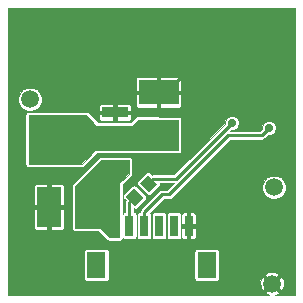
<source format=gbr>
G04 #@! TF.FileFunction,Copper,L2,Bot,Signal*
%FSLAX46Y46*%
G04 Gerber Fmt 4.6, Leading zero omitted, Abs format (unit mm)*
G04 Created by KiCad (PCBNEW 4.0.3+e1-6302~38~ubuntu16.04.1-stable) date Sun Aug 14 03:32:14 2016*
%MOMM*%
%LPD*%
G01*
G04 APERTURE LIST*
%ADD10C,0.100000*%
%ADD11R,2.100000X3.350000*%
%ADD12R,3.350000X2.100000*%
%ADD13C,1.500000*%
%ADD14R,2.175000X0.950000*%
%ADD15R,2.175000X3.250000*%
%ADD16R,0.700000X1.800000*%
%ADD17R,1.600000X2.200000*%
%ADD18C,0.800000*%
%ADD19C,0.700000*%
%ADD20C,0.250000*%
G04 APERTURE END LIST*
D10*
D11*
X139800000Y-109200000D03*
X143200000Y-109200000D03*
D12*
X149100000Y-102900000D03*
X149100000Y-99500000D03*
D10*
G36*
X146341499Y-108330684D02*
X147030928Y-107641255D01*
X147808745Y-108419072D01*
X147119316Y-109108501D01*
X146341499Y-108330684D01*
X146341499Y-108330684D01*
G37*
G36*
X147491255Y-107180928D02*
X148180684Y-106491499D01*
X148958501Y-107269316D01*
X148269072Y-107958745D01*
X147491255Y-107180928D01*
X147491255Y-107180928D01*
G37*
D13*
X138200000Y-100100000D03*
X158700000Y-115700000D03*
X158850000Y-107550000D03*
D14*
X145412000Y-101200000D03*
X145412000Y-103500000D03*
X145412000Y-105800000D03*
D15*
X139588000Y-103500000D03*
D16*
X145376100Y-110800000D03*
X146626100Y-110800000D03*
X147876100Y-110800000D03*
X149126100Y-110800000D03*
X150376100Y-110800000D03*
X151626100Y-110800000D03*
D17*
X143826100Y-114100000D03*
X153176100Y-114100000D03*
D18*
X143620000Y-103400000D03*
X143240000Y-104370000D03*
X143240000Y-102410000D03*
X142310000Y-105050000D03*
X142309996Y-104070000D03*
X142310000Y-103030000D03*
D19*
X158420000Y-102520000D03*
X155290000Y-102100000D03*
D18*
X142200000Y-100500000D03*
X139500000Y-98200000D03*
X152000000Y-103000000D03*
X153000000Y-100000000D03*
X138000000Y-94000000D03*
X141000000Y-94000000D03*
X143000000Y-97000000D03*
X144000000Y-94000000D03*
X146000000Y-97000000D03*
X149000000Y-97000000D03*
X147000000Y-94000000D03*
X150000000Y-94000000D03*
X153000000Y-94000000D03*
X156000000Y-94000000D03*
X159000000Y-94000000D03*
X158000000Y-97000000D03*
X155000000Y-97000000D03*
X152000000Y-97000000D03*
X136800000Y-98200000D03*
X137000000Y-101600000D03*
X136900000Y-103500000D03*
X136900000Y-105300000D03*
X137100000Y-107400000D03*
X137000000Y-109600000D03*
X137000000Y-111700000D03*
D19*
X146000000Y-115000000D03*
X147000000Y-113000000D03*
X148000000Y-115000000D03*
X149000000Y-113000000D03*
X150000000Y-115000000D03*
X151000000Y-113000000D03*
D18*
X154800000Y-112300000D03*
X154600000Y-109000000D03*
X154400000Y-106100000D03*
X153500000Y-107600000D03*
X151900000Y-108600000D03*
X153100000Y-109500000D03*
X153980000Y-110810000D03*
X137930000Y-110520000D03*
X137950000Y-108780000D03*
D20*
X143720000Y-103500000D02*
X143620000Y-103400000D01*
X145400000Y-103500000D02*
X143720000Y-103500000D01*
X143240000Y-103780000D02*
X143620000Y-103400000D01*
X143240000Y-104370000D02*
X143240000Y-103780000D01*
X143710000Y-102410000D02*
X143240000Y-102410000D01*
X145400000Y-103500000D02*
X144800000Y-103500000D01*
X144800000Y-103500000D02*
X143710000Y-102410000D01*
X142310000Y-103030000D02*
X142310000Y-104069996D01*
X142310000Y-104069996D02*
X142309996Y-104070000D01*
X146626100Y-110800000D02*
X146626100Y-108823900D01*
X146626100Y-108823900D02*
X147075122Y-108374878D01*
X147876100Y-110800000D02*
X147876100Y-109650000D01*
X154996100Y-103130000D02*
X157810000Y-103130000D01*
X147876100Y-109650000D02*
X149376090Y-108150010D01*
X149376090Y-108150010D02*
X149976090Y-108150010D01*
X149976090Y-108150010D02*
X154996100Y-103130000D01*
X157810000Y-103130000D02*
X158420000Y-102520000D01*
X155290000Y-102100000D02*
X150580302Y-106809698D01*
X150580302Y-106809698D02*
X148640302Y-106809698D01*
X148640302Y-106809698D02*
X148224878Y-107225122D01*
X136800000Y-98200000D02*
X137365685Y-98200000D01*
X137365685Y-98200000D02*
X139500000Y-98200000D01*
X141000000Y-94000000D02*
X139000000Y-94000000D01*
X139000000Y-94000000D02*
X138000000Y-94000000D01*
X136800000Y-98200000D02*
X136800000Y-95200000D01*
X136800000Y-95200000D02*
X138000000Y-94000000D01*
X153000000Y-100000000D02*
X152000000Y-101000000D01*
X152000000Y-101000000D02*
X152000000Y-103000000D01*
X143000000Y-97000000D02*
X143000000Y-96000000D01*
X143000000Y-96000000D02*
X141000000Y-94000000D01*
X146000000Y-97000000D02*
X146000000Y-96000000D01*
X146000000Y-96000000D02*
X144000000Y-94000000D01*
X147000000Y-94000000D02*
X147000000Y-95000000D01*
X147000000Y-95000000D02*
X149000000Y-97000000D01*
X153000000Y-94000000D02*
X150000000Y-94000000D01*
X159000000Y-94000000D02*
X156000000Y-94000000D01*
X155000000Y-97000000D02*
X158000000Y-97000000D01*
X149100000Y-99500000D02*
X149725000Y-99500000D01*
X149725000Y-99500000D02*
X152000000Y-97225000D01*
X152000000Y-97225000D02*
X152000000Y-97000000D01*
X136900000Y-101700000D02*
X137000000Y-101600000D01*
X136900000Y-103500000D02*
X136900000Y-101700000D01*
X137100000Y-107400000D02*
X137100000Y-105500000D01*
X137100000Y-105500000D02*
X136900000Y-105300000D01*
X137000000Y-111700000D02*
X137000000Y-109600000D01*
X148000000Y-115000000D02*
X148000000Y-114000000D01*
X148000000Y-114000000D02*
X147000000Y-113000000D01*
X150000000Y-115000000D02*
X150000000Y-114000000D01*
X150000000Y-114000000D02*
X149000000Y-113000000D01*
X151626100Y-110800000D02*
X151626100Y-112373900D01*
X151626100Y-112373900D02*
X151000000Y-113000000D01*
X149100000Y-99500000D02*
X148475000Y-99500000D01*
X154800000Y-112300000D02*
X155199999Y-111900001D01*
X155199999Y-111900001D02*
X155199999Y-111099999D01*
X154400000Y-106100000D02*
X154400000Y-108800000D01*
X154400000Y-108800000D02*
X154600000Y-109000000D01*
X151900000Y-108600000D02*
X152500000Y-108600000D01*
X152500000Y-108600000D02*
X153500000Y-107600000D01*
X153980000Y-110810000D02*
X153980000Y-110380000D01*
X153980000Y-110380000D02*
X153100000Y-109500000D01*
X153980000Y-110810000D02*
X151636100Y-110810000D01*
X151636100Y-110810000D02*
X151626100Y-110800000D01*
X137950000Y-108780000D02*
X137950000Y-110500000D01*
X137950000Y-110500000D02*
X137930000Y-110520000D01*
D10*
G36*
X146550000Y-106379290D02*
X145764645Y-107164645D01*
X145753675Y-107181185D01*
X145750000Y-107200000D01*
X145750000Y-111750000D01*
X144920710Y-111750000D01*
X144135355Y-110964645D01*
X144118815Y-110953675D01*
X144100000Y-110950000D01*
X142050000Y-110950000D01*
X142050000Y-107420710D01*
X144220710Y-105250000D01*
X146550000Y-105250000D01*
X146550000Y-106379290D01*
X146550000Y-106379290D01*
G37*
X146550000Y-106379290D02*
X145764645Y-107164645D01*
X145753675Y-107181185D01*
X145750000Y-107200000D01*
X145750000Y-111750000D01*
X144920710Y-111750000D01*
X144135355Y-110964645D01*
X144118815Y-110953675D01*
X144100000Y-110950000D01*
X142050000Y-110950000D01*
X142050000Y-107420710D01*
X144220710Y-105250000D01*
X146550000Y-105250000D01*
X146550000Y-106379290D01*
G36*
X160675000Y-116675000D02*
X158984006Y-116675000D01*
X159005916Y-116672616D01*
X159171427Y-116604059D01*
X159262337Y-116474469D01*
X158700000Y-115912132D01*
X158137663Y-116474469D01*
X158228573Y-116604059D01*
X158471328Y-116675000D01*
X136325000Y-116675000D01*
X136325000Y-115610426D01*
X157684351Y-115610426D01*
X157727384Y-116005916D01*
X157795941Y-116171427D01*
X157925531Y-116262337D01*
X158487868Y-115700000D01*
X158912132Y-115700000D01*
X159474469Y-116262337D01*
X159604059Y-116171427D01*
X159715649Y-115789574D01*
X159672616Y-115394084D01*
X159604059Y-115228573D01*
X159474469Y-115137663D01*
X158912132Y-115700000D01*
X158487868Y-115700000D01*
X157925531Y-115137663D01*
X157795941Y-115228573D01*
X157684351Y-115610426D01*
X136325000Y-115610426D01*
X136325000Y-113000000D01*
X142771203Y-113000000D01*
X142771203Y-115200000D01*
X142788635Y-115292644D01*
X142843388Y-115377732D01*
X142926931Y-115434815D01*
X143026100Y-115454897D01*
X144626100Y-115454897D01*
X144718744Y-115437465D01*
X144803832Y-115382712D01*
X144860915Y-115299169D01*
X144880997Y-115200000D01*
X144880997Y-113000000D01*
X152121203Y-113000000D01*
X152121203Y-115200000D01*
X152138635Y-115292644D01*
X152193388Y-115377732D01*
X152276931Y-115434815D01*
X152376100Y-115454897D01*
X153976100Y-115454897D01*
X154068744Y-115437465D01*
X154153832Y-115382712D01*
X154210915Y-115299169D01*
X154230997Y-115200000D01*
X154230997Y-114925531D01*
X158137663Y-114925531D01*
X158700000Y-115487868D01*
X159262337Y-114925531D01*
X159171427Y-114795941D01*
X158789574Y-114684351D01*
X158394084Y-114727384D01*
X158228573Y-114795941D01*
X158137663Y-114925531D01*
X154230997Y-114925531D01*
X154230997Y-113000000D01*
X154213565Y-112907356D01*
X154158812Y-112822268D01*
X154075269Y-112765185D01*
X153976100Y-112745103D01*
X152376100Y-112745103D01*
X152283456Y-112762535D01*
X152198368Y-112817288D01*
X152141285Y-112900831D01*
X152121203Y-113000000D01*
X144880997Y-113000000D01*
X144863565Y-112907356D01*
X144808812Y-112822268D01*
X144725269Y-112765185D01*
X144626100Y-112745103D01*
X143026100Y-112745103D01*
X142933456Y-112762535D01*
X142848368Y-112817288D01*
X142791285Y-112900831D01*
X142771203Y-113000000D01*
X136325000Y-113000000D01*
X136325000Y-109412500D01*
X138500000Y-109412500D01*
X138500000Y-110924728D01*
X138538060Y-111016614D01*
X138608386Y-111086940D01*
X138700272Y-111125000D01*
X139587500Y-111125000D01*
X139650000Y-111062500D01*
X139650000Y-109350000D01*
X139950000Y-109350000D01*
X139950000Y-111062500D01*
X140012500Y-111125000D01*
X140899728Y-111125000D01*
X140991614Y-111086940D01*
X141061940Y-111016614D01*
X141100000Y-110924728D01*
X141100000Y-109412500D01*
X141037500Y-109350000D01*
X139950000Y-109350000D01*
X139650000Y-109350000D01*
X138562500Y-109350000D01*
X138500000Y-109412500D01*
X136325000Y-109412500D01*
X136325000Y-107475272D01*
X138500000Y-107475272D01*
X138500000Y-108987500D01*
X138562500Y-109050000D01*
X139650000Y-109050000D01*
X139650000Y-107337500D01*
X139950000Y-107337500D01*
X139950000Y-109050000D01*
X141037500Y-109050000D01*
X141100000Y-108987500D01*
X141100000Y-107475272D01*
X141068822Y-107400000D01*
X141750000Y-107400000D01*
X141750000Y-111000000D01*
X141767097Y-111090864D01*
X141820798Y-111174318D01*
X141902736Y-111230304D01*
X142000000Y-111250000D01*
X143996446Y-111250000D01*
X144723223Y-111976777D01*
X144802736Y-112030304D01*
X144900000Y-112050000D01*
X145800000Y-112050000D01*
X145890864Y-112032903D01*
X145974318Y-111979202D01*
X146030304Y-111897264D01*
X146048413Y-111807839D01*
X146093388Y-111877732D01*
X146176931Y-111934815D01*
X146276100Y-111954897D01*
X146976100Y-111954897D01*
X147068744Y-111937465D01*
X147153832Y-111882712D01*
X147210915Y-111799169D01*
X147230997Y-111700000D01*
X147230997Y-109900000D01*
X147213565Y-109807356D01*
X147158812Y-109722268D01*
X147075269Y-109665185D01*
X147001100Y-109650166D01*
X147001100Y-109331119D01*
X147016912Y-109341923D01*
X147115795Y-109363374D01*
X147215232Y-109344663D01*
X147299555Y-109288740D01*
X147988984Y-108599311D01*
X148042167Y-108521476D01*
X148063618Y-108422593D01*
X148044907Y-108323156D01*
X147988984Y-108238833D01*
X147211167Y-107461016D01*
X147133332Y-107407833D01*
X147034449Y-107386382D01*
X146935012Y-107405093D01*
X146850689Y-107461016D01*
X146161260Y-108150445D01*
X146108077Y-108228280D01*
X146086626Y-108327163D01*
X146105337Y-108426600D01*
X146161260Y-108510923D01*
X146300107Y-108649770D01*
X146279645Y-108680393D01*
X146279645Y-108680394D01*
X146251100Y-108823900D01*
X146251100Y-109649807D01*
X146183456Y-109662535D01*
X146098368Y-109717288D01*
X146050000Y-109788076D01*
X146050000Y-107303554D01*
X146176147Y-107177407D01*
X147236382Y-107177407D01*
X147255093Y-107276844D01*
X147311016Y-107361167D01*
X148088833Y-108138984D01*
X148166668Y-108192167D01*
X148265551Y-108213618D01*
X148364988Y-108194907D01*
X148449311Y-108138984D01*
X149138740Y-107449555D01*
X149191923Y-107371720D01*
X149213374Y-107272837D01*
X149196789Y-107184698D01*
X150411072Y-107184698D01*
X149820760Y-107775010D01*
X149376090Y-107775010D01*
X149232583Y-107803555D01*
X149110925Y-107884845D01*
X147610935Y-109384835D01*
X147529645Y-109506493D01*
X147529645Y-109506494D01*
X147501140Y-109649800D01*
X147433456Y-109662535D01*
X147348368Y-109717288D01*
X147291285Y-109800831D01*
X147271203Y-109900000D01*
X147271203Y-111700000D01*
X147288635Y-111792644D01*
X147343388Y-111877732D01*
X147426931Y-111934815D01*
X147526100Y-111954897D01*
X148226100Y-111954897D01*
X148318744Y-111937465D01*
X148403832Y-111882712D01*
X148460915Y-111799169D01*
X148480997Y-111700000D01*
X148480997Y-109900000D01*
X148521203Y-109900000D01*
X148521203Y-111700000D01*
X148538635Y-111792644D01*
X148593388Y-111877732D01*
X148676931Y-111934815D01*
X148776100Y-111954897D01*
X149476100Y-111954897D01*
X149568744Y-111937465D01*
X149653832Y-111882712D01*
X149710915Y-111799169D01*
X149730997Y-111700000D01*
X149730997Y-109900000D01*
X149771203Y-109900000D01*
X149771203Y-111700000D01*
X149788635Y-111792644D01*
X149843388Y-111877732D01*
X149926931Y-111934815D01*
X150026100Y-111954897D01*
X150726100Y-111954897D01*
X150818744Y-111937465D01*
X150903832Y-111882712D01*
X150960915Y-111799169D01*
X150980997Y-111700000D01*
X150980997Y-111012500D01*
X151026100Y-111012500D01*
X151026100Y-111749728D01*
X151064160Y-111841614D01*
X151134486Y-111911940D01*
X151226372Y-111950000D01*
X151413600Y-111950000D01*
X151476100Y-111887500D01*
X151476100Y-110950000D01*
X151776100Y-110950000D01*
X151776100Y-111887500D01*
X151838600Y-111950000D01*
X152025828Y-111950000D01*
X152117714Y-111911940D01*
X152188040Y-111841614D01*
X152226100Y-111749728D01*
X152226100Y-111012500D01*
X152163600Y-110950000D01*
X151776100Y-110950000D01*
X151476100Y-110950000D01*
X151088600Y-110950000D01*
X151026100Y-111012500D01*
X150980997Y-111012500D01*
X150980997Y-109900000D01*
X150971641Y-109850272D01*
X151026100Y-109850272D01*
X151026100Y-110587500D01*
X151088600Y-110650000D01*
X151476100Y-110650000D01*
X151476100Y-109712500D01*
X151776100Y-109712500D01*
X151776100Y-110650000D01*
X152163600Y-110650000D01*
X152226100Y-110587500D01*
X152226100Y-109850272D01*
X152188040Y-109758386D01*
X152117714Y-109688060D01*
X152025828Y-109650000D01*
X151838600Y-109650000D01*
X151776100Y-109712500D01*
X151476100Y-109712500D01*
X151413600Y-109650000D01*
X151226372Y-109650000D01*
X151134486Y-109688060D01*
X151064160Y-109758386D01*
X151026100Y-109850272D01*
X150971641Y-109850272D01*
X150963565Y-109807356D01*
X150908812Y-109722268D01*
X150825269Y-109665185D01*
X150726100Y-109645103D01*
X150026100Y-109645103D01*
X149933456Y-109662535D01*
X149848368Y-109717288D01*
X149791285Y-109800831D01*
X149771203Y-109900000D01*
X149730997Y-109900000D01*
X149713565Y-109807356D01*
X149658812Y-109722268D01*
X149575269Y-109665185D01*
X149476100Y-109645103D01*
X148776100Y-109645103D01*
X148683456Y-109662535D01*
X148598368Y-109717288D01*
X148541285Y-109800831D01*
X148521203Y-109900000D01*
X148480997Y-109900000D01*
X148463565Y-109807356D01*
X148408812Y-109722268D01*
X148364464Y-109691966D01*
X149531420Y-108525010D01*
X149976090Y-108525010D01*
X150119597Y-108496465D01*
X150241255Y-108415175D01*
X150908390Y-107748040D01*
X157849827Y-107748040D01*
X158001747Y-108115714D01*
X158282806Y-108397264D01*
X158650215Y-108549826D01*
X159048040Y-108550173D01*
X159415714Y-108398253D01*
X159697264Y-108117194D01*
X159849826Y-107749785D01*
X159850173Y-107351960D01*
X159698253Y-106984286D01*
X159417194Y-106702736D01*
X159049785Y-106550174D01*
X158651960Y-106549827D01*
X158284286Y-106701747D01*
X158002736Y-106982806D01*
X157850174Y-107350215D01*
X157849827Y-107748040D01*
X150908390Y-107748040D01*
X155151430Y-103505000D01*
X157810000Y-103505000D01*
X157953507Y-103476455D01*
X158075165Y-103395165D01*
X158350390Y-103119940D01*
X158538824Y-103120104D01*
X158759429Y-103028952D01*
X158928359Y-102860317D01*
X159019896Y-102639871D01*
X159020104Y-102401176D01*
X158928952Y-102180571D01*
X158760317Y-102011641D01*
X158539871Y-101920104D01*
X158301176Y-101919896D01*
X158080571Y-102011048D01*
X157911641Y-102179683D01*
X157820104Y-102400129D01*
X157819939Y-102589731D01*
X157654670Y-102755000D01*
X155165330Y-102755000D01*
X155220390Y-102699940D01*
X155408824Y-102700104D01*
X155629429Y-102608952D01*
X155798359Y-102440317D01*
X155889896Y-102219871D01*
X155890104Y-101981176D01*
X155798952Y-101760571D01*
X155630317Y-101591641D01*
X155409871Y-101500104D01*
X155171176Y-101499896D01*
X154950571Y-101591048D01*
X154781641Y-101759683D01*
X154690104Y-101980129D01*
X154689939Y-102169731D01*
X150424972Y-106434698D01*
X148640302Y-106434698D01*
X148510233Y-106460570D01*
X148360923Y-106311260D01*
X148283088Y-106258077D01*
X148184205Y-106236626D01*
X148084768Y-106255337D01*
X148000445Y-106311260D01*
X147311016Y-107000689D01*
X147257833Y-107078524D01*
X147236382Y-107177407D01*
X146176147Y-107177407D01*
X146776777Y-106576777D01*
X146830304Y-106497264D01*
X146850000Y-106400000D01*
X146850000Y-105200000D01*
X146832903Y-105109136D01*
X146779202Y-105025682D01*
X146697264Y-104969696D01*
X146600000Y-104950000D01*
X144200000Y-104950000D01*
X144105927Y-104968375D01*
X144023223Y-105023223D01*
X141823223Y-107223223D01*
X141769696Y-107302736D01*
X141750000Y-107400000D01*
X141068822Y-107400000D01*
X141061940Y-107383386D01*
X140991614Y-107313060D01*
X140899728Y-107275000D01*
X140012500Y-107275000D01*
X139950000Y-107337500D01*
X139650000Y-107337500D01*
X139587500Y-107275000D01*
X138700272Y-107275000D01*
X138608386Y-107313060D01*
X138538060Y-107383386D01*
X138500000Y-107475272D01*
X136325000Y-107475272D01*
X136325000Y-101410000D01*
X137810000Y-101410000D01*
X137810000Y-105580000D01*
X137827097Y-105670864D01*
X137880798Y-105754318D01*
X137962736Y-105810304D01*
X138060000Y-105830000D01*
X142587722Y-105830000D01*
X142681935Y-105811568D01*
X142764605Y-105756670D01*
X143592715Y-104927561D01*
X143607714Y-104921364D01*
X143790722Y-104738676D01*
X143797374Y-104722656D01*
X143862853Y-104657098D01*
X150779895Y-104660000D01*
X150870864Y-104642903D01*
X150954318Y-104589202D01*
X151010304Y-104507264D01*
X151030000Y-104410000D01*
X151030000Y-101800000D01*
X151013686Y-101711170D01*
X150960715Y-101627252D01*
X150879269Y-101570553D01*
X150782180Y-101550010D01*
X147342180Y-101520010D01*
X147245927Y-101538375D01*
X147163223Y-101593223D01*
X146726446Y-102030000D01*
X143953554Y-102030000D01*
X143336054Y-101412500D01*
X144074500Y-101412500D01*
X144074500Y-101724728D01*
X144112560Y-101816614D01*
X144182886Y-101886940D01*
X144274772Y-101925000D01*
X145199500Y-101925000D01*
X145262000Y-101862500D01*
X145262000Y-101350000D01*
X145562000Y-101350000D01*
X145562000Y-101862500D01*
X145624500Y-101925000D01*
X146549228Y-101925000D01*
X146641114Y-101886940D01*
X146711440Y-101816614D01*
X146749500Y-101724728D01*
X146749500Y-101412500D01*
X146687000Y-101350000D01*
X145562000Y-101350000D01*
X145262000Y-101350000D01*
X144137000Y-101350000D01*
X144074500Y-101412500D01*
X143336054Y-101412500D01*
X143156777Y-101233223D01*
X143077264Y-101179696D01*
X142980000Y-101160000D01*
X138060000Y-101160000D01*
X137969136Y-101177097D01*
X137885682Y-101230798D01*
X137829696Y-101312736D01*
X137810000Y-101410000D01*
X136325000Y-101410000D01*
X136325000Y-100298040D01*
X137199827Y-100298040D01*
X137351747Y-100665714D01*
X137632806Y-100947264D01*
X138000215Y-101099826D01*
X138398040Y-101100173D01*
X138765714Y-100948253D01*
X139039171Y-100675272D01*
X144074500Y-100675272D01*
X144074500Y-100987500D01*
X144137000Y-101050000D01*
X145262000Y-101050000D01*
X145262000Y-100537500D01*
X145562000Y-100537500D01*
X145562000Y-101050000D01*
X146687000Y-101050000D01*
X146749500Y-100987500D01*
X146749500Y-100675272D01*
X146711440Y-100583386D01*
X146641114Y-100513060D01*
X146549228Y-100475000D01*
X145624500Y-100475000D01*
X145562000Y-100537500D01*
X145262000Y-100537500D01*
X145199500Y-100475000D01*
X144274772Y-100475000D01*
X144182886Y-100513060D01*
X144112560Y-100583386D01*
X144074500Y-100675272D01*
X139039171Y-100675272D01*
X139047264Y-100667194D01*
X139199826Y-100299785D01*
X139200173Y-99901960D01*
X139121890Y-99712500D01*
X147175000Y-99712500D01*
X147175000Y-100599728D01*
X147213060Y-100691614D01*
X147283386Y-100761940D01*
X147375272Y-100800000D01*
X148887500Y-100800000D01*
X148950000Y-100737500D01*
X148950000Y-99650000D01*
X149250000Y-99650000D01*
X149250000Y-100737500D01*
X149312500Y-100800000D01*
X150824728Y-100800000D01*
X150916614Y-100761940D01*
X150986940Y-100691614D01*
X151025000Y-100599728D01*
X151025000Y-99712500D01*
X150962500Y-99650000D01*
X149250000Y-99650000D01*
X148950000Y-99650000D01*
X147237500Y-99650000D01*
X147175000Y-99712500D01*
X139121890Y-99712500D01*
X139048253Y-99534286D01*
X138767194Y-99252736D01*
X138399785Y-99100174D01*
X138001960Y-99099827D01*
X137634286Y-99251747D01*
X137352736Y-99532806D01*
X137200174Y-99900215D01*
X137199827Y-100298040D01*
X136325000Y-100298040D01*
X136325000Y-98400272D01*
X147175000Y-98400272D01*
X147175000Y-99287500D01*
X147237500Y-99350000D01*
X148950000Y-99350000D01*
X148950000Y-98262500D01*
X149250000Y-98262500D01*
X149250000Y-99350000D01*
X150962500Y-99350000D01*
X151025000Y-99287500D01*
X151025000Y-98400272D01*
X150986940Y-98308386D01*
X150916614Y-98238060D01*
X150824728Y-98200000D01*
X149312500Y-98200000D01*
X149250000Y-98262500D01*
X148950000Y-98262500D01*
X148887500Y-98200000D01*
X147375272Y-98200000D01*
X147283386Y-98238060D01*
X147213060Y-98308386D01*
X147175000Y-98400272D01*
X136325000Y-98400272D01*
X136325000Y-92325000D01*
X160675000Y-92325000D01*
X160675000Y-116675000D01*
X160675000Y-116675000D01*
G37*
X160675000Y-116675000D02*
X158984006Y-116675000D01*
X159005916Y-116672616D01*
X159171427Y-116604059D01*
X159262337Y-116474469D01*
X158700000Y-115912132D01*
X158137663Y-116474469D01*
X158228573Y-116604059D01*
X158471328Y-116675000D01*
X136325000Y-116675000D01*
X136325000Y-115610426D01*
X157684351Y-115610426D01*
X157727384Y-116005916D01*
X157795941Y-116171427D01*
X157925531Y-116262337D01*
X158487868Y-115700000D01*
X158912132Y-115700000D01*
X159474469Y-116262337D01*
X159604059Y-116171427D01*
X159715649Y-115789574D01*
X159672616Y-115394084D01*
X159604059Y-115228573D01*
X159474469Y-115137663D01*
X158912132Y-115700000D01*
X158487868Y-115700000D01*
X157925531Y-115137663D01*
X157795941Y-115228573D01*
X157684351Y-115610426D01*
X136325000Y-115610426D01*
X136325000Y-113000000D01*
X142771203Y-113000000D01*
X142771203Y-115200000D01*
X142788635Y-115292644D01*
X142843388Y-115377732D01*
X142926931Y-115434815D01*
X143026100Y-115454897D01*
X144626100Y-115454897D01*
X144718744Y-115437465D01*
X144803832Y-115382712D01*
X144860915Y-115299169D01*
X144880997Y-115200000D01*
X144880997Y-113000000D01*
X152121203Y-113000000D01*
X152121203Y-115200000D01*
X152138635Y-115292644D01*
X152193388Y-115377732D01*
X152276931Y-115434815D01*
X152376100Y-115454897D01*
X153976100Y-115454897D01*
X154068744Y-115437465D01*
X154153832Y-115382712D01*
X154210915Y-115299169D01*
X154230997Y-115200000D01*
X154230997Y-114925531D01*
X158137663Y-114925531D01*
X158700000Y-115487868D01*
X159262337Y-114925531D01*
X159171427Y-114795941D01*
X158789574Y-114684351D01*
X158394084Y-114727384D01*
X158228573Y-114795941D01*
X158137663Y-114925531D01*
X154230997Y-114925531D01*
X154230997Y-113000000D01*
X154213565Y-112907356D01*
X154158812Y-112822268D01*
X154075269Y-112765185D01*
X153976100Y-112745103D01*
X152376100Y-112745103D01*
X152283456Y-112762535D01*
X152198368Y-112817288D01*
X152141285Y-112900831D01*
X152121203Y-113000000D01*
X144880997Y-113000000D01*
X144863565Y-112907356D01*
X144808812Y-112822268D01*
X144725269Y-112765185D01*
X144626100Y-112745103D01*
X143026100Y-112745103D01*
X142933456Y-112762535D01*
X142848368Y-112817288D01*
X142791285Y-112900831D01*
X142771203Y-113000000D01*
X136325000Y-113000000D01*
X136325000Y-109412500D01*
X138500000Y-109412500D01*
X138500000Y-110924728D01*
X138538060Y-111016614D01*
X138608386Y-111086940D01*
X138700272Y-111125000D01*
X139587500Y-111125000D01*
X139650000Y-111062500D01*
X139650000Y-109350000D01*
X139950000Y-109350000D01*
X139950000Y-111062500D01*
X140012500Y-111125000D01*
X140899728Y-111125000D01*
X140991614Y-111086940D01*
X141061940Y-111016614D01*
X141100000Y-110924728D01*
X141100000Y-109412500D01*
X141037500Y-109350000D01*
X139950000Y-109350000D01*
X139650000Y-109350000D01*
X138562500Y-109350000D01*
X138500000Y-109412500D01*
X136325000Y-109412500D01*
X136325000Y-107475272D01*
X138500000Y-107475272D01*
X138500000Y-108987500D01*
X138562500Y-109050000D01*
X139650000Y-109050000D01*
X139650000Y-107337500D01*
X139950000Y-107337500D01*
X139950000Y-109050000D01*
X141037500Y-109050000D01*
X141100000Y-108987500D01*
X141100000Y-107475272D01*
X141068822Y-107400000D01*
X141750000Y-107400000D01*
X141750000Y-111000000D01*
X141767097Y-111090864D01*
X141820798Y-111174318D01*
X141902736Y-111230304D01*
X142000000Y-111250000D01*
X143996446Y-111250000D01*
X144723223Y-111976777D01*
X144802736Y-112030304D01*
X144900000Y-112050000D01*
X145800000Y-112050000D01*
X145890864Y-112032903D01*
X145974318Y-111979202D01*
X146030304Y-111897264D01*
X146048413Y-111807839D01*
X146093388Y-111877732D01*
X146176931Y-111934815D01*
X146276100Y-111954897D01*
X146976100Y-111954897D01*
X147068744Y-111937465D01*
X147153832Y-111882712D01*
X147210915Y-111799169D01*
X147230997Y-111700000D01*
X147230997Y-109900000D01*
X147213565Y-109807356D01*
X147158812Y-109722268D01*
X147075269Y-109665185D01*
X147001100Y-109650166D01*
X147001100Y-109331119D01*
X147016912Y-109341923D01*
X147115795Y-109363374D01*
X147215232Y-109344663D01*
X147299555Y-109288740D01*
X147988984Y-108599311D01*
X148042167Y-108521476D01*
X148063618Y-108422593D01*
X148044907Y-108323156D01*
X147988984Y-108238833D01*
X147211167Y-107461016D01*
X147133332Y-107407833D01*
X147034449Y-107386382D01*
X146935012Y-107405093D01*
X146850689Y-107461016D01*
X146161260Y-108150445D01*
X146108077Y-108228280D01*
X146086626Y-108327163D01*
X146105337Y-108426600D01*
X146161260Y-108510923D01*
X146300107Y-108649770D01*
X146279645Y-108680393D01*
X146279645Y-108680394D01*
X146251100Y-108823900D01*
X146251100Y-109649807D01*
X146183456Y-109662535D01*
X146098368Y-109717288D01*
X146050000Y-109788076D01*
X146050000Y-107303554D01*
X146176147Y-107177407D01*
X147236382Y-107177407D01*
X147255093Y-107276844D01*
X147311016Y-107361167D01*
X148088833Y-108138984D01*
X148166668Y-108192167D01*
X148265551Y-108213618D01*
X148364988Y-108194907D01*
X148449311Y-108138984D01*
X149138740Y-107449555D01*
X149191923Y-107371720D01*
X149213374Y-107272837D01*
X149196789Y-107184698D01*
X150411072Y-107184698D01*
X149820760Y-107775010D01*
X149376090Y-107775010D01*
X149232583Y-107803555D01*
X149110925Y-107884845D01*
X147610935Y-109384835D01*
X147529645Y-109506493D01*
X147529645Y-109506494D01*
X147501140Y-109649800D01*
X147433456Y-109662535D01*
X147348368Y-109717288D01*
X147291285Y-109800831D01*
X147271203Y-109900000D01*
X147271203Y-111700000D01*
X147288635Y-111792644D01*
X147343388Y-111877732D01*
X147426931Y-111934815D01*
X147526100Y-111954897D01*
X148226100Y-111954897D01*
X148318744Y-111937465D01*
X148403832Y-111882712D01*
X148460915Y-111799169D01*
X148480997Y-111700000D01*
X148480997Y-109900000D01*
X148521203Y-109900000D01*
X148521203Y-111700000D01*
X148538635Y-111792644D01*
X148593388Y-111877732D01*
X148676931Y-111934815D01*
X148776100Y-111954897D01*
X149476100Y-111954897D01*
X149568744Y-111937465D01*
X149653832Y-111882712D01*
X149710915Y-111799169D01*
X149730997Y-111700000D01*
X149730997Y-109900000D01*
X149771203Y-109900000D01*
X149771203Y-111700000D01*
X149788635Y-111792644D01*
X149843388Y-111877732D01*
X149926931Y-111934815D01*
X150026100Y-111954897D01*
X150726100Y-111954897D01*
X150818744Y-111937465D01*
X150903832Y-111882712D01*
X150960915Y-111799169D01*
X150980997Y-111700000D01*
X150980997Y-111012500D01*
X151026100Y-111012500D01*
X151026100Y-111749728D01*
X151064160Y-111841614D01*
X151134486Y-111911940D01*
X151226372Y-111950000D01*
X151413600Y-111950000D01*
X151476100Y-111887500D01*
X151476100Y-110950000D01*
X151776100Y-110950000D01*
X151776100Y-111887500D01*
X151838600Y-111950000D01*
X152025828Y-111950000D01*
X152117714Y-111911940D01*
X152188040Y-111841614D01*
X152226100Y-111749728D01*
X152226100Y-111012500D01*
X152163600Y-110950000D01*
X151776100Y-110950000D01*
X151476100Y-110950000D01*
X151088600Y-110950000D01*
X151026100Y-111012500D01*
X150980997Y-111012500D01*
X150980997Y-109900000D01*
X150971641Y-109850272D01*
X151026100Y-109850272D01*
X151026100Y-110587500D01*
X151088600Y-110650000D01*
X151476100Y-110650000D01*
X151476100Y-109712500D01*
X151776100Y-109712500D01*
X151776100Y-110650000D01*
X152163600Y-110650000D01*
X152226100Y-110587500D01*
X152226100Y-109850272D01*
X152188040Y-109758386D01*
X152117714Y-109688060D01*
X152025828Y-109650000D01*
X151838600Y-109650000D01*
X151776100Y-109712500D01*
X151476100Y-109712500D01*
X151413600Y-109650000D01*
X151226372Y-109650000D01*
X151134486Y-109688060D01*
X151064160Y-109758386D01*
X151026100Y-109850272D01*
X150971641Y-109850272D01*
X150963565Y-109807356D01*
X150908812Y-109722268D01*
X150825269Y-109665185D01*
X150726100Y-109645103D01*
X150026100Y-109645103D01*
X149933456Y-109662535D01*
X149848368Y-109717288D01*
X149791285Y-109800831D01*
X149771203Y-109900000D01*
X149730997Y-109900000D01*
X149713565Y-109807356D01*
X149658812Y-109722268D01*
X149575269Y-109665185D01*
X149476100Y-109645103D01*
X148776100Y-109645103D01*
X148683456Y-109662535D01*
X148598368Y-109717288D01*
X148541285Y-109800831D01*
X148521203Y-109900000D01*
X148480997Y-109900000D01*
X148463565Y-109807356D01*
X148408812Y-109722268D01*
X148364464Y-109691966D01*
X149531420Y-108525010D01*
X149976090Y-108525010D01*
X150119597Y-108496465D01*
X150241255Y-108415175D01*
X150908390Y-107748040D01*
X157849827Y-107748040D01*
X158001747Y-108115714D01*
X158282806Y-108397264D01*
X158650215Y-108549826D01*
X159048040Y-108550173D01*
X159415714Y-108398253D01*
X159697264Y-108117194D01*
X159849826Y-107749785D01*
X159850173Y-107351960D01*
X159698253Y-106984286D01*
X159417194Y-106702736D01*
X159049785Y-106550174D01*
X158651960Y-106549827D01*
X158284286Y-106701747D01*
X158002736Y-106982806D01*
X157850174Y-107350215D01*
X157849827Y-107748040D01*
X150908390Y-107748040D01*
X155151430Y-103505000D01*
X157810000Y-103505000D01*
X157953507Y-103476455D01*
X158075165Y-103395165D01*
X158350390Y-103119940D01*
X158538824Y-103120104D01*
X158759429Y-103028952D01*
X158928359Y-102860317D01*
X159019896Y-102639871D01*
X159020104Y-102401176D01*
X158928952Y-102180571D01*
X158760317Y-102011641D01*
X158539871Y-101920104D01*
X158301176Y-101919896D01*
X158080571Y-102011048D01*
X157911641Y-102179683D01*
X157820104Y-102400129D01*
X157819939Y-102589731D01*
X157654670Y-102755000D01*
X155165330Y-102755000D01*
X155220390Y-102699940D01*
X155408824Y-102700104D01*
X155629429Y-102608952D01*
X155798359Y-102440317D01*
X155889896Y-102219871D01*
X155890104Y-101981176D01*
X155798952Y-101760571D01*
X155630317Y-101591641D01*
X155409871Y-101500104D01*
X155171176Y-101499896D01*
X154950571Y-101591048D01*
X154781641Y-101759683D01*
X154690104Y-101980129D01*
X154689939Y-102169731D01*
X150424972Y-106434698D01*
X148640302Y-106434698D01*
X148510233Y-106460570D01*
X148360923Y-106311260D01*
X148283088Y-106258077D01*
X148184205Y-106236626D01*
X148084768Y-106255337D01*
X148000445Y-106311260D01*
X147311016Y-107000689D01*
X147257833Y-107078524D01*
X147236382Y-107177407D01*
X146176147Y-107177407D01*
X146776777Y-106576777D01*
X146830304Y-106497264D01*
X146850000Y-106400000D01*
X146850000Y-105200000D01*
X146832903Y-105109136D01*
X146779202Y-105025682D01*
X146697264Y-104969696D01*
X146600000Y-104950000D01*
X144200000Y-104950000D01*
X144105927Y-104968375D01*
X144023223Y-105023223D01*
X141823223Y-107223223D01*
X141769696Y-107302736D01*
X141750000Y-107400000D01*
X141068822Y-107400000D01*
X141061940Y-107383386D01*
X140991614Y-107313060D01*
X140899728Y-107275000D01*
X140012500Y-107275000D01*
X139950000Y-107337500D01*
X139650000Y-107337500D01*
X139587500Y-107275000D01*
X138700272Y-107275000D01*
X138608386Y-107313060D01*
X138538060Y-107383386D01*
X138500000Y-107475272D01*
X136325000Y-107475272D01*
X136325000Y-101410000D01*
X137810000Y-101410000D01*
X137810000Y-105580000D01*
X137827097Y-105670864D01*
X137880798Y-105754318D01*
X137962736Y-105810304D01*
X138060000Y-105830000D01*
X142587722Y-105830000D01*
X142681935Y-105811568D01*
X142764605Y-105756670D01*
X143592715Y-104927561D01*
X143607714Y-104921364D01*
X143790722Y-104738676D01*
X143797374Y-104722656D01*
X143862853Y-104657098D01*
X150779895Y-104660000D01*
X150870864Y-104642903D01*
X150954318Y-104589202D01*
X151010304Y-104507264D01*
X151030000Y-104410000D01*
X151030000Y-101800000D01*
X151013686Y-101711170D01*
X150960715Y-101627252D01*
X150879269Y-101570553D01*
X150782180Y-101550010D01*
X147342180Y-101520010D01*
X147245927Y-101538375D01*
X147163223Y-101593223D01*
X146726446Y-102030000D01*
X143953554Y-102030000D01*
X143336054Y-101412500D01*
X144074500Y-101412500D01*
X144074500Y-101724728D01*
X144112560Y-101816614D01*
X144182886Y-101886940D01*
X144274772Y-101925000D01*
X145199500Y-101925000D01*
X145262000Y-101862500D01*
X145262000Y-101350000D01*
X145562000Y-101350000D01*
X145562000Y-101862500D01*
X145624500Y-101925000D01*
X146549228Y-101925000D01*
X146641114Y-101886940D01*
X146711440Y-101816614D01*
X146749500Y-101724728D01*
X146749500Y-101412500D01*
X146687000Y-101350000D01*
X145562000Y-101350000D01*
X145262000Y-101350000D01*
X144137000Y-101350000D01*
X144074500Y-101412500D01*
X143336054Y-101412500D01*
X143156777Y-101233223D01*
X143077264Y-101179696D01*
X142980000Y-101160000D01*
X138060000Y-101160000D01*
X137969136Y-101177097D01*
X137885682Y-101230798D01*
X137829696Y-101312736D01*
X137810000Y-101410000D01*
X136325000Y-101410000D01*
X136325000Y-100298040D01*
X137199827Y-100298040D01*
X137351747Y-100665714D01*
X137632806Y-100947264D01*
X138000215Y-101099826D01*
X138398040Y-101100173D01*
X138765714Y-100948253D01*
X139039171Y-100675272D01*
X144074500Y-100675272D01*
X144074500Y-100987500D01*
X144137000Y-101050000D01*
X145262000Y-101050000D01*
X145262000Y-100537500D01*
X145562000Y-100537500D01*
X145562000Y-101050000D01*
X146687000Y-101050000D01*
X146749500Y-100987500D01*
X146749500Y-100675272D01*
X146711440Y-100583386D01*
X146641114Y-100513060D01*
X146549228Y-100475000D01*
X145624500Y-100475000D01*
X145562000Y-100537500D01*
X145262000Y-100537500D01*
X145199500Y-100475000D01*
X144274772Y-100475000D01*
X144182886Y-100513060D01*
X144112560Y-100583386D01*
X144074500Y-100675272D01*
X139039171Y-100675272D01*
X139047264Y-100667194D01*
X139199826Y-100299785D01*
X139200173Y-99901960D01*
X139121890Y-99712500D01*
X147175000Y-99712500D01*
X147175000Y-100599728D01*
X147213060Y-100691614D01*
X147283386Y-100761940D01*
X147375272Y-100800000D01*
X148887500Y-100800000D01*
X148950000Y-100737500D01*
X148950000Y-99650000D01*
X149250000Y-99650000D01*
X149250000Y-100737500D01*
X149312500Y-100800000D01*
X150824728Y-100800000D01*
X150916614Y-100761940D01*
X150986940Y-100691614D01*
X151025000Y-100599728D01*
X151025000Y-99712500D01*
X150962500Y-99650000D01*
X149250000Y-99650000D01*
X148950000Y-99650000D01*
X147237500Y-99650000D01*
X147175000Y-99712500D01*
X139121890Y-99712500D01*
X139048253Y-99534286D01*
X138767194Y-99252736D01*
X138399785Y-99100174D01*
X138001960Y-99099827D01*
X137634286Y-99251747D01*
X137352736Y-99532806D01*
X137200174Y-99900215D01*
X137199827Y-100298040D01*
X136325000Y-100298040D01*
X136325000Y-98400272D01*
X147175000Y-98400272D01*
X147175000Y-99287500D01*
X147237500Y-99350000D01*
X148950000Y-99350000D01*
X148950000Y-98262500D01*
X149250000Y-98262500D01*
X149250000Y-99350000D01*
X150962500Y-99350000D01*
X151025000Y-99287500D01*
X151025000Y-98400272D01*
X150986940Y-98308386D01*
X150916614Y-98238060D01*
X150824728Y-98200000D01*
X149312500Y-98200000D01*
X149250000Y-98262500D01*
X148950000Y-98262500D01*
X148887500Y-98200000D01*
X147375272Y-98200000D01*
X147283386Y-98238060D01*
X147213060Y-98308386D01*
X147175000Y-98400272D01*
X136325000Y-98400272D01*
X136325000Y-92325000D01*
X160675000Y-92325000D01*
X160675000Y-116675000D01*
G36*
X143814645Y-102315355D02*
X143831185Y-102326325D01*
X143850000Y-102330000D01*
X146830000Y-102330000D01*
X146849453Y-102326061D01*
X146865355Y-102315355D01*
X147360529Y-101820181D01*
X150730000Y-101849566D01*
X150730000Y-104359979D01*
X143759276Y-104357054D01*
X143739822Y-104360985D01*
X143723878Y-104371720D01*
X142566993Y-105530000D01*
X138110000Y-105530000D01*
X138110000Y-101460000D01*
X142959290Y-101460000D01*
X143814645Y-102315355D01*
X143814645Y-102315355D01*
G37*
X143814645Y-102315355D02*
X143831185Y-102326325D01*
X143850000Y-102330000D01*
X146830000Y-102330000D01*
X146849453Y-102326061D01*
X146865355Y-102315355D01*
X147360529Y-101820181D01*
X150730000Y-101849566D01*
X150730000Y-104359979D01*
X143759276Y-104357054D01*
X143739822Y-104360985D01*
X143723878Y-104371720D01*
X142566993Y-105530000D01*
X138110000Y-105530000D01*
X138110000Y-101460000D01*
X142959290Y-101460000D01*
X143814645Y-102315355D01*
M02*

</source>
